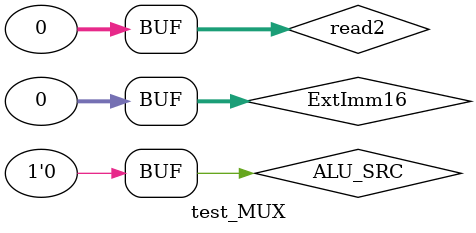
<source format=v>
`timescale 1ns / 1ps


module test_MUX;

	// Inputs
	reg ALU_SRC;
	reg [31:0] read2;
	reg [31:0] ExtImm16;

	// Outputs
	wire [31:0] SRC_B;

	// Instantiate the Unit Under Test (UUT)
	MUX_ALU uut (
		.ALU_SRC(ALU_SRC), 
		.read2(read2), 
		.ExtImm16(ExtImm16), 
		.SRC_B(SRC_B)
	);

	initial begin
		// Initialize Inputs
		ALU_SRC = 0;
		read2 = 0;
		ExtImm16 = 0;

		// Wait 100 ns for global reset to finish
		#100;
        
		// Add stimulus here

	end
      
endmodule


</source>
